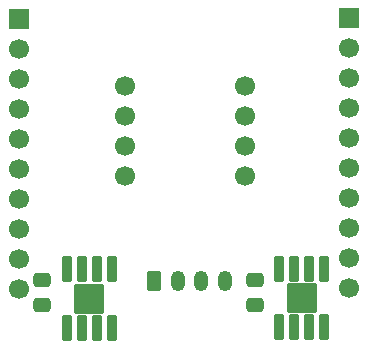
<source format=gbr>
%TF.GenerationSoftware,KiCad,Pcbnew,9.0.2*%
%TF.CreationDate,2025-06-04T21:23:03+09:00*%
%TF.ProjectId,rp2350-motor-board,72703233-3530-42d6-9d6f-746f722d626f,rev?*%
%TF.SameCoordinates,Original*%
%TF.FileFunction,Soldermask,Bot*%
%TF.FilePolarity,Negative*%
%FSLAX46Y46*%
G04 Gerber Fmt 4.6, Leading zero omitted, Abs format (unit mm)*
G04 Created by KiCad (PCBNEW 9.0.2) date 2025-06-04 21:23:03*
%MOMM*%
%LPD*%
G01*
G04 APERTURE LIST*
G04 Aperture macros list*
%AMRoundRect*
0 Rectangle with rounded corners*
0 $1 Rounding radius*
0 $2 $3 $4 $5 $6 $7 $8 $9 X,Y pos of 4 corners*
0 Add a 4 corners polygon primitive as box body*
4,1,4,$2,$3,$4,$5,$6,$7,$8,$9,$2,$3,0*
0 Add four circle primitives for the rounded corners*
1,1,$1+$1,$2,$3*
1,1,$1+$1,$4,$5*
1,1,$1+$1,$6,$7*
1,1,$1+$1,$8,$9*
0 Add four rect primitives between the rounded corners*
20,1,$1+$1,$2,$3,$4,$5,0*
20,1,$1+$1,$4,$5,$6,$7,0*
20,1,$1+$1,$6,$7,$8,$9,0*
20,1,$1+$1,$8,$9,$2,$3,0*%
G04 Aperture macros list end*
%ADD10R,1.700000X1.700000*%
%ADD11C,1.700000*%
%ADD12RoundRect,0.250000X-0.350000X-0.625000X0.350000X-0.625000X0.350000X0.625000X-0.350000X0.625000X0*%
%ADD13O,1.200000X1.750000*%
%ADD14RoundRect,0.250000X-0.475000X0.337500X-0.475000X-0.337500X0.475000X-0.337500X0.475000X0.337500X0*%
%ADD15RoundRect,0.098000X0.294000X-0.989000X0.294000X0.989000X-0.294000X0.989000X-0.294000X-0.989000X0*%
%ADD16C,2.000000*%
%ADD17RoundRect,0.102000X1.142500X-1.142500X1.142500X1.142500X-1.142500X1.142500X-1.142500X-1.142500X0*%
G04 APERTURE END LIST*
D10*
%TO.C,J2*%
X30480000Y28700000D03*
D11*
X30480000Y26160000D03*
X30480000Y23620000D03*
X30480000Y21080000D03*
X30480000Y18540000D03*
X30480000Y16000000D03*
X30480000Y13460000D03*
X30480000Y10920000D03*
X30480000Y8380000D03*
X30480000Y5840000D03*
%TD*%
D12*
%TO.C,Grove1*%
X14000000Y6450000D03*
D13*
X16000000Y6450000D03*
X18000000Y6450000D03*
X20000000Y6450000D03*
%TD*%
D10*
%TO.C,J1*%
X2540000Y28660000D03*
D11*
X2540000Y26120000D03*
X2540000Y23580000D03*
X2540000Y21040000D03*
X2540000Y18500000D03*
X2540000Y15960000D03*
X2540000Y13420000D03*
X2540000Y10880000D03*
X2540000Y8340000D03*
X2540000Y5800000D03*
%TD*%
%TO.C,U2*%
X21660000Y23000000D03*
X21660000Y20460000D03*
X21660000Y17920000D03*
X21660000Y15380000D03*
X11500000Y15380000D03*
X11500000Y17920000D03*
X11500000Y20460000D03*
X11500000Y23000000D03*
%TD*%
D14*
%TO.C,C4*%
X4500000Y6537500D03*
X4500000Y4462500D03*
%TD*%
%TO.C,C2*%
X22500000Y6537500D03*
X22500000Y4462500D03*
%TD*%
D15*
%TO.C,U1*%
X28405000Y2530000D03*
X27135000Y2530000D03*
X25865000Y2530000D03*
X24595000Y2530000D03*
X24595000Y7470000D03*
X25865000Y7470000D03*
X27135000Y7470000D03*
X28405000Y7470000D03*
D16*
X26500000Y5000000D03*
D17*
X26500000Y5000000D03*
%TD*%
D15*
%TO.C,U3*%
X10405000Y2500000D03*
X9135000Y2500000D03*
X7865000Y2500000D03*
X6595000Y2500000D03*
X6595000Y7440000D03*
X7865000Y7440000D03*
X9135000Y7440000D03*
X10405000Y7440000D03*
D16*
X8500000Y4970000D03*
D17*
X8500000Y4970000D03*
%TD*%
M02*

</source>
